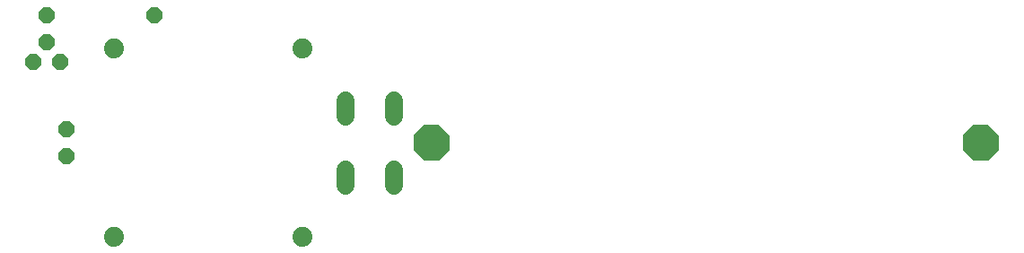
<source format=gbs>
G75*
G70*
%OFA0B0*%
%FSLAX24Y24*%
%IPPOS*%
%LPD*%
%AMOC8*
5,1,8,0,0,1.08239X$1,22.5*
%
%ADD10C,0.0740*%
%ADD11OC8,0.0600*%
%ADD12OC8,0.1320*%
%ADD13C,0.0680*%
D10*
X006319Y004509D03*
X013319Y004509D03*
X013319Y011509D03*
X006319Y011509D03*
D11*
X004319Y011009D03*
X003319Y011009D03*
X003819Y011759D03*
X003819Y012759D03*
X007819Y012759D03*
X004569Y008509D03*
X004569Y007509D03*
D12*
X018122Y008009D03*
X038515Y008009D03*
D13*
X016709Y008989D02*
X016709Y009589D01*
X014929Y009589D02*
X014929Y008989D01*
X014929Y007029D02*
X014929Y006429D01*
X016709Y006429D02*
X016709Y007029D01*
M02*

</source>
